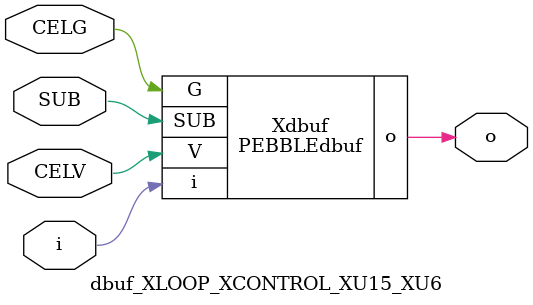
<source format=v>



module PEBBLEdbuf ( o, G, SUB, V, i );

  input V;
  input i;
  input G;
  output o;
  input SUB;
endmodule

//Celera Confidential Do Not Copy dbuf_XLOOP_XCONTROL_XU15_XU6
//Celera Confidential Symbol Generator
//Digital Buffer
module dbuf_XLOOP_XCONTROL_XU15_XU6 (CELV,CELG,i,o,SUB);
input CELV;
input CELG;
input i;
input SUB;
output o;

//Celera Confidential Do Not Copy dbuf
PEBBLEdbuf Xdbuf(
.V (CELV),
.i (i),
.o (o),
.SUB (SUB),
.G (CELG)
);
//,diesize,PEBBLEdbuf

//Celera Confidential Do Not Copy Module End
//Celera Schematic Generator
endmodule

</source>
